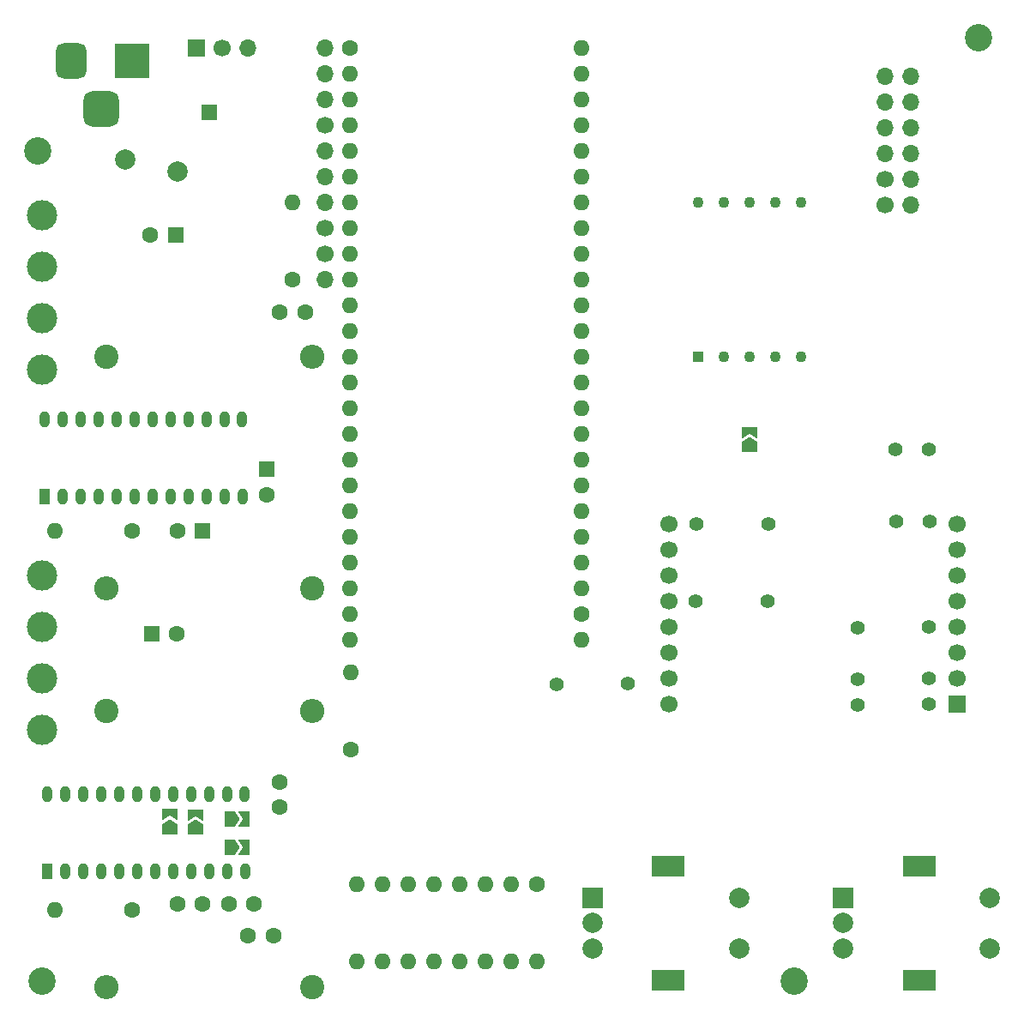
<source format=gbs>
G04 #@! TF.GenerationSoftware,KiCad,Pcbnew,(6.0.11)*
G04 #@! TF.CreationDate,2023-02-27T19:00:01+09:00*
G04 #@! TF.ProjectId,tangnano9k_motordriver,74616e67-6e61-46e6-9f39-6b5f6d6f746f,rev?*
G04 #@! TF.SameCoordinates,Original*
G04 #@! TF.FileFunction,Soldermask,Bot*
G04 #@! TF.FilePolarity,Negative*
%FSLAX46Y46*%
G04 Gerber Fmt 4.6, Leading zero omitted, Abs format (unit mm)*
G04 Created by KiCad (PCBNEW (6.0.11)) date 2023-02-27 19:00:01*
%MOMM*%
%LPD*%
G01*
G04 APERTURE LIST*
G04 Aperture macros list*
%AMRoundRect*
0 Rectangle with rounded corners*
0 $1 Rounding radius*
0 $2 $3 $4 $5 $6 $7 $8 $9 X,Y pos of 4 corners*
0 Add a 4 corners polygon primitive as box body*
4,1,4,$2,$3,$4,$5,$6,$7,$8,$9,$2,$3,0*
0 Add four circle primitives for the rounded corners*
1,1,$1+$1,$2,$3*
1,1,$1+$1,$4,$5*
1,1,$1+$1,$6,$7*
1,1,$1+$1,$8,$9*
0 Add four rect primitives between the rounded corners*
20,1,$1+$1,$2,$3,$4,$5,0*
20,1,$1+$1,$4,$5,$6,$7,0*
20,1,$1+$1,$6,$7,$8,$9,0*
20,1,$1+$1,$8,$9,$2,$3,0*%
%AMFreePoly0*
4,1,6,1.000000,0.000000,0.500000,-0.750000,-0.500000,-0.750000,-0.500000,0.750000,0.500000,0.750000,1.000000,0.000000,1.000000,0.000000,$1*%
%AMFreePoly1*
4,1,6,0.500000,-0.750000,-0.650000,-0.750000,-0.150000,0.000000,-0.650000,0.750000,0.500000,0.750000,0.500000,-0.750000,0.500000,-0.750000,$1*%
G04 Aperture macros list end*
%ADD10C,2.400000*%
%ADD11O,2.400000X2.400000*%
%ADD12C,1.400000*%
%ADD13C,1.600000*%
%ADD14O,1.600000X1.600000*%
%ADD15R,1.600000X1.600000*%
%ADD16C,2.700000*%
%ADD17R,2.000000X2.000000*%
%ADD18C,2.000000*%
%ADD19R,3.200000X2.000000*%
%ADD20R,1.000000X1.600000*%
%ADD21O,1.000000X1.600000*%
%ADD22R,1.100000X1.100000*%
%ADD23C,1.100000*%
%ADD24R,1.700000X1.700000*%
%ADD25C,1.700000*%
%ADD26O,1.700000X1.700000*%
%ADD27C,2.010000*%
%ADD28R,3.500000X3.500000*%
%ADD29RoundRect,0.750000X-0.750000X-1.000000X0.750000X-1.000000X0.750000X1.000000X-0.750000X1.000000X0*%
%ADD30RoundRect,0.875000X-0.875000X-0.875000X0.875000X-0.875000X0.875000X0.875000X-0.875000X0.875000X0*%
%ADD31C,3.000000*%
%ADD32R,1.500000X1.500000*%
%ADD33FreePoly0,0.000000*%
%ADD34FreePoly1,0.000000*%
%ADD35FreePoly0,90.000000*%
%ADD36FreePoly1,90.000000*%
G04 APERTURE END LIST*
D10*
G04 #@! TO.C,R3*
X91440000Y-104140000D03*
D11*
X71120000Y-104140000D03*
G04 #@! TD*
D12*
G04 #@! TO.C,JP11*
X145288000Y-113053997D03*
X152368000Y-113030000D03*
G04 #@! TD*
D10*
G04 #@! TO.C,R8*
X71120000Y-81280000D03*
D11*
X91440000Y-81280000D03*
G04 #@! TD*
D13*
G04 #@! TO.C,R1*
X73660000Y-98425000D03*
D14*
X66040000Y-98425000D03*
G04 #@! TD*
D13*
G04 #@! TO.C,C8*
X88265000Y-76835000D03*
X90765000Y-76835000D03*
G04 #@! TD*
G04 #@! TO.C,R5*
X89535000Y-73660000D03*
D14*
X89535000Y-66040000D03*
G04 #@! TD*
D13*
G04 #@! TO.C,C6*
X86995000Y-94837500D03*
D15*
X86995000Y-92337500D03*
G04 #@! TD*
D12*
G04 #@! TO.C,JP12*
X145288000Y-107973997D03*
X152368000Y-107950000D03*
G04 #@! TD*
G04 #@! TO.C,JP16*
X136398000Y-105386003D03*
X129318000Y-105410000D03*
G04 #@! TD*
D13*
G04 #@! TO.C,C9*
X88265000Y-125710000D03*
X88265000Y-123210000D03*
G04 #@! TD*
G04 #@! TO.C,C1*
X85110000Y-138430000D03*
X87610000Y-138430000D03*
G04 #@! TD*
D16*
G04 #@! TO.C,REF\u002A\u002A*
X157226000Y-49784000D03*
G04 #@! TD*
D15*
G04 #@! TO.C,C2*
X77987651Y-69215000D03*
D13*
X75487651Y-69215000D03*
G04 #@! TD*
D17*
G04 #@! TO.C,Rotary_SW1*
X119115000Y-134660000D03*
D18*
X119115000Y-139660000D03*
X119115000Y-137160000D03*
D19*
X126615000Y-142760000D03*
X126615000Y-131560000D03*
D18*
X133615000Y-139660000D03*
X133615000Y-134660000D03*
G04 #@! TD*
D13*
G04 #@! TO.C,R6*
X95250000Y-120015000D03*
D14*
X95250000Y-112395000D03*
G04 #@! TD*
D20*
G04 #@! TO.C,U2*
X65024000Y-95046851D03*
D21*
X66802000Y-95046851D03*
X68580000Y-95046851D03*
X70358000Y-95046851D03*
X72136000Y-95046851D03*
X73914000Y-95046851D03*
X75692000Y-95046851D03*
X77470000Y-95046851D03*
X79248000Y-95046851D03*
X81026000Y-95046851D03*
X82804000Y-95046851D03*
X84582000Y-95046851D03*
X84532000Y-87446851D03*
X82792000Y-87446851D03*
X81014000Y-87446851D03*
X79236000Y-87446851D03*
X77458000Y-87446851D03*
X75680000Y-87446851D03*
X73902000Y-87446851D03*
X72124000Y-87446851D03*
X70346000Y-87446851D03*
X68568000Y-87446851D03*
X66790000Y-87446851D03*
X65012000Y-87446851D03*
G04 #@! TD*
D22*
G04 #@! TO.C,DS1*
X129540000Y-81280000D03*
D23*
X132080000Y-81280000D03*
X134620000Y-81280000D03*
X137160000Y-81280000D03*
X139700000Y-81280000D03*
X139700000Y-66040000D03*
X137160000Y-66040000D03*
X134620000Y-66040000D03*
X132080000Y-66040000D03*
X129540000Y-66040000D03*
G04 #@! TD*
D13*
G04 #@! TO.C,C7*
X83205000Y-135255000D03*
X85705000Y-135255000D03*
G04 #@! TD*
D24*
G04 #@! TO.C,U1*
X80025000Y-50800000D03*
D25*
X82565000Y-50800000D03*
D26*
X85105000Y-50800000D03*
G04 #@! TD*
D10*
G04 #@! TO.C,R4*
X91440000Y-143510000D03*
D11*
X71120000Y-143510000D03*
G04 #@! TD*
D20*
G04 #@! TO.C,U3*
X65287702Y-132045000D03*
D21*
X67065702Y-132045000D03*
X68843702Y-132045000D03*
X70621702Y-132045000D03*
X72399702Y-132045000D03*
X74177702Y-132045000D03*
X75955702Y-132045000D03*
X77733702Y-132045000D03*
X79511702Y-132045000D03*
X81289702Y-132045000D03*
X83067702Y-132045000D03*
X84845702Y-132045000D03*
X84795702Y-124445000D03*
X83055702Y-124445000D03*
X81277702Y-124445000D03*
X79499702Y-124445000D03*
X77721702Y-124445000D03*
X75943702Y-124445000D03*
X74165702Y-124445000D03*
X72387702Y-124445000D03*
X70609702Y-124445000D03*
X68831702Y-124445000D03*
X67053702Y-124445000D03*
X65275702Y-124445000D03*
G04 #@! TD*
D13*
G04 #@! TO.C,C5*
X78125000Y-135255000D03*
X80625000Y-135255000D03*
G04 #@! TD*
D24*
G04 #@! TO.C,U5*
X155150000Y-115510000D03*
D25*
X155170000Y-112970000D03*
X155170000Y-110430000D03*
X155170000Y-107890000D03*
X155170000Y-105350000D03*
X155170000Y-102810000D03*
X155170000Y-100270000D03*
X155170000Y-97730000D03*
X126690000Y-97790000D03*
X126690000Y-100330000D03*
X126690000Y-102870000D03*
X126690000Y-105410000D03*
X126690000Y-107950000D03*
X126690000Y-110490000D03*
X126690000Y-113030000D03*
X126690000Y-115570000D03*
G04 #@! TD*
D27*
G04 #@! TO.C,F1*
X73025000Y-61755426D03*
X78125000Y-62955426D03*
G04 #@! TD*
D28*
G04 #@! TO.C,J1*
X73660000Y-52070000D03*
D29*
X67660000Y-52070000D03*
D30*
X70660000Y-56770000D03*
G04 #@! TD*
D13*
G04 #@! TO.C,U4*
X95187500Y-50800000D03*
D14*
X95187500Y-53340000D03*
X95187500Y-55880000D03*
X95187500Y-58420000D03*
X95187500Y-60960000D03*
X95187500Y-63500000D03*
X95187500Y-66040000D03*
X95187500Y-68580000D03*
X95187500Y-71120000D03*
X95187500Y-73660000D03*
X95187500Y-76200000D03*
X95187500Y-78740000D03*
X95187500Y-81280000D03*
X95187500Y-83820000D03*
X95187500Y-86360000D03*
X95187500Y-88900000D03*
X95187500Y-91440000D03*
X95187500Y-93980000D03*
X95187500Y-96520000D03*
X95187500Y-99060000D03*
X95187500Y-101600000D03*
X95187500Y-104140000D03*
X95187500Y-106680000D03*
X95187500Y-109220000D03*
X118047500Y-109220000D03*
D13*
X118047500Y-106680000D03*
D14*
X118047500Y-104140000D03*
X118047500Y-101600000D03*
X118047500Y-99060000D03*
X118047500Y-96520000D03*
X118047500Y-93980000D03*
X118047500Y-91440000D03*
X118047500Y-88900000D03*
X118047500Y-86360000D03*
X118047500Y-83820000D03*
X118047500Y-81280000D03*
X118047500Y-78740000D03*
X118047500Y-76200000D03*
X118047500Y-73660000D03*
X118047500Y-71120000D03*
X118047500Y-68580000D03*
X118047500Y-66040000D03*
X118047500Y-63500000D03*
X118047500Y-60960000D03*
X118047500Y-58420000D03*
X118047500Y-55880000D03*
X118047500Y-53340000D03*
X118047500Y-50800000D03*
G04 #@! TD*
D12*
G04 #@! TO.C,JP15*
X136467000Y-97766003D03*
X129387000Y-97790000D03*
G04 #@! TD*
D13*
G04 #@! TO.C,C3*
X78085000Y-108585000D03*
D15*
X75585000Y-108585000D03*
G04 #@! TD*
D25*
G04 #@! TO.C,Pin2*
X92710000Y-68570000D03*
D26*
X92710000Y-66030000D03*
X92710000Y-63490000D03*
X92710000Y-60950000D03*
G04 #@! TD*
D13*
G04 #@! TO.C,R2*
X73660000Y-135890000D03*
D14*
X66040000Y-135890000D03*
G04 #@! TD*
D16*
G04 #@! TO.C,REF\u002A\u002A*
X64770000Y-142875000D03*
G04 #@! TD*
D12*
G04 #@! TO.C,JP14*
X152376003Y-90424000D03*
X152400000Y-97504000D03*
G04 #@! TD*
D25*
G04 #@! TO.C,Pin3*
X92710000Y-71120000D03*
D26*
X92710000Y-73660000D03*
G04 #@! TD*
D31*
G04 #@! TO.C,J3*
X64770000Y-102870000D03*
X64770000Y-107950000D03*
X64770000Y-113030000D03*
X64770000Y-118110000D03*
G04 #@! TD*
D25*
G04 #@! TO.C,Pin1*
X92710000Y-58410000D03*
D26*
X92710000Y-55870000D03*
X92710000Y-53330000D03*
X92710000Y-50790000D03*
G04 #@! TD*
D16*
G04 #@! TO.C,REF\u002A\u002A*
X139065000Y-142875000D03*
G04 #@! TD*
D25*
G04 #@! TO.C,J4*
X148045000Y-66294000D03*
D26*
X150585000Y-66294000D03*
D25*
X148045000Y-63754000D03*
D26*
X150585000Y-63754000D03*
X148045000Y-61214000D03*
X150585000Y-61214000D03*
X148045000Y-58674000D03*
X150585000Y-58674000D03*
X148045000Y-56134000D03*
X150585000Y-56134000D03*
X148045000Y-53594000D03*
X150585000Y-53594000D03*
G04 #@! TD*
D31*
G04 #@! TO.C,J2*
X64770000Y-67310000D03*
X64770000Y-72390000D03*
X64770000Y-77470000D03*
X64770000Y-82550000D03*
G04 #@! TD*
D32*
G04 #@! TO.C,TP1*
X81280000Y-57150000D03*
G04 #@! TD*
D13*
G04 #@! TO.C,C4*
X78125000Y-98425000D03*
D15*
X80625000Y-98425000D03*
G04 #@! TD*
D12*
G04 #@! TO.C,JP17*
X115570000Y-113561997D03*
X122650000Y-113538000D03*
G04 #@! TD*
G04 #@! TO.C,JP13*
X149074003Y-90424000D03*
X149098000Y-97504000D03*
G04 #@! TD*
D17*
G04 #@! TO.C,Rotary_SW2*
X143880000Y-134660000D03*
D18*
X143880000Y-139660000D03*
X143880000Y-137160000D03*
D19*
X151380000Y-131560000D03*
X151380000Y-142760000D03*
D18*
X158380000Y-139660000D03*
X158380000Y-134660000D03*
G04 #@! TD*
D12*
G04 #@! TO.C,JP10*
X145288000Y-115593997D03*
X152368000Y-115570000D03*
G04 #@! TD*
D13*
G04 #@! TO.C,SW1*
X113675000Y-133329796D03*
D14*
X111135000Y-133329796D03*
X108595000Y-133329796D03*
X106055000Y-133329796D03*
X103515000Y-133329796D03*
X100975000Y-133329796D03*
X98435000Y-133329796D03*
X95895000Y-133329796D03*
X95895000Y-140949796D03*
X98435000Y-140949796D03*
X100975000Y-140949796D03*
X103515000Y-140949796D03*
X106055000Y-140949796D03*
X108595000Y-140949796D03*
X111135000Y-140949796D03*
X113675000Y-140949796D03*
G04 #@! TD*
D10*
G04 #@! TO.C,R7*
X71120000Y-116205000D03*
D11*
X91440000Y-116205000D03*
G04 #@! TD*
D16*
G04 #@! TO.C,REF\u002A\u002A*
X64400000Y-60900000D03*
G04 #@! TD*
D33*
G04 #@! TO.C,JP2*
X83298745Y-126876050D03*
D34*
X84748745Y-126876050D03*
G04 #@! TD*
D35*
G04 #@! TO.C,JP3*
X79976308Y-127895409D03*
D36*
X79976308Y-126445409D03*
G04 #@! TD*
D35*
G04 #@! TO.C,JP9*
X134620000Y-90170000D03*
D36*
X134620000Y-88720000D03*
G04 #@! TD*
D35*
G04 #@! TO.C,JP4*
X77400666Y-127865973D03*
D36*
X77400666Y-126415973D03*
G04 #@! TD*
D33*
G04 #@! TO.C,JP1*
X83298745Y-129657743D03*
D34*
X84748745Y-129657743D03*
G04 #@! TD*
M02*

</source>
